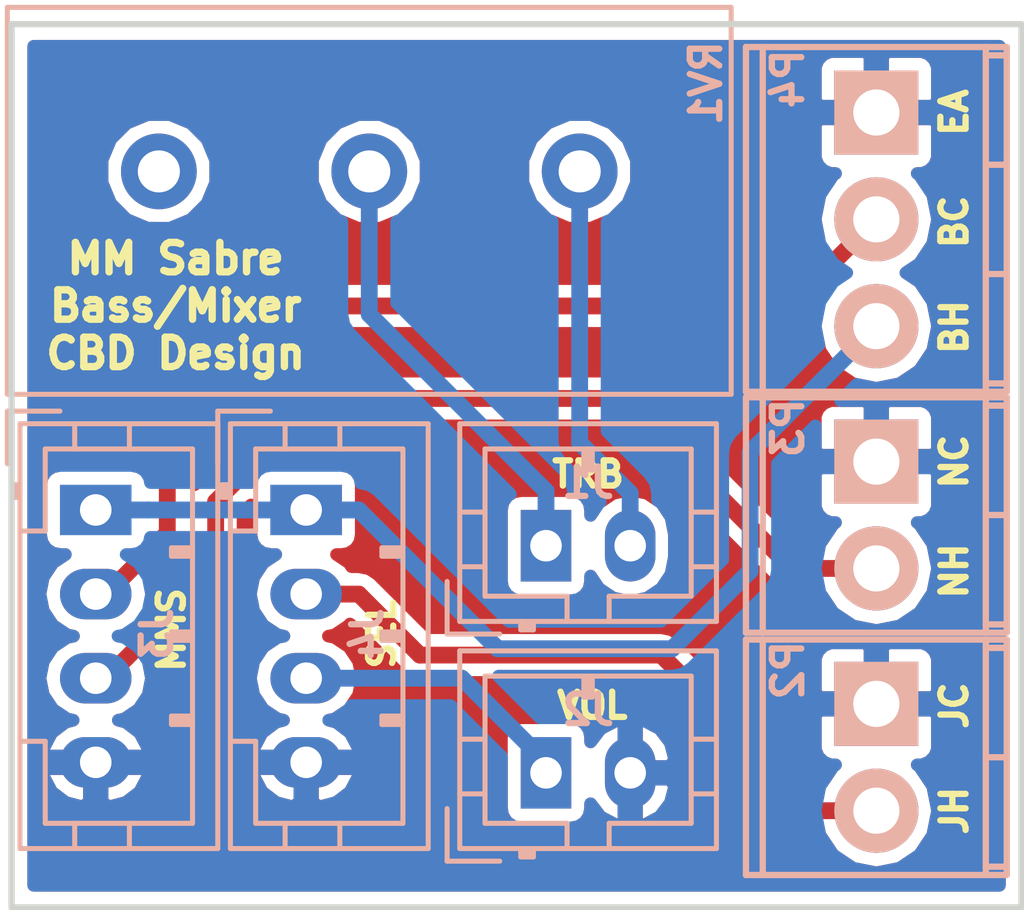
<source format=kicad_pcb>
(kicad_pcb (version 4) (host pcbnew 4.0.4-1.fc24-product)

  (general
    (links 13)
    (no_connects 0)
    (area 127.135 80.124999 154.98588 102.075001)
    (thickness 1.6)
    (drawings 20)
    (tracks 36)
    (zones 0)
    (modules 8)
    (nets 10)
  )

  (page A4)
  (layers
    (0 F.Cu signal)
    (31 B.Cu signal)
    (32 B.Adhes user)
    (33 F.Adhes user)
    (34 B.Paste user)
    (35 F.Paste user)
    (36 B.SilkS user)
    (37 F.SilkS user)
    (38 B.Mask user)
    (39 F.Mask user)
    (40 Dwgs.User user)
    (41 Cmts.User user)
    (42 Eco1.User user)
    (43 Eco2.User user)
    (44 Edge.Cuts user)
    (45 Margin user)
    (46 B.CrtYd user)
    (47 F.CrtYd user)
    (48 B.Fab user)
    (49 F.Fab user)
  )

  (setup
    (last_trace_width 0.4)
    (trace_clearance 0.3)
    (zone_clearance 0.3)
    (zone_45_only no)
    (trace_min 0.3)
    (segment_width 0.2)
    (edge_width 0.15)
    (via_size 0.6)
    (via_drill 0.4)
    (via_min_size 0.4)
    (via_min_drill 0.3)
    (uvia_size 0.3)
    (uvia_drill 0.1)
    (uvias_allowed no)
    (uvia_min_size 0.2)
    (uvia_min_drill 0.1)
    (pcb_text_width 0.3)
    (pcb_text_size 1.5 1.5)
    (mod_edge_width 0.15)
    (mod_text_size 0.7 0.7)
    (mod_text_width 0.15)
    (pad_size 1.524 1.524)
    (pad_drill 0.762)
    (pad_to_mask_clearance 0.2)
    (aux_axis_origin 0 0)
    (visible_elements 7FFFFFFF)
    (pcbplotparams
      (layerselection 0x010fc_80000001)
      (usegerberextensions true)
      (usegerberattributes true)
      (excludeedgelayer true)
      (linewidth 0.100000)
      (plotframeref false)
      (viasonmask false)
      (mode 1)
      (useauxorigin false)
      (hpglpennumber 1)
      (hpglpenspeed 20)
      (hpglpendiameter 15)
      (hpglpenoverlay 2)
      (psnegative false)
      (psa4output false)
      (plotreference true)
      (plotvalue true)
      (plotinvisibletext false)
      (padsonsilk false)
      (subtractmaskfromsilk false)
      (outputformat 1)
      (mirror false)
      (drillshape 0)
      (scaleselection 1)
      (outputdirectory ../../GERBER/F0_MID/))
  )

  (net 0 "")
  (net 1 /SIG_O)
  (net 2 Earth)
  (net 3 /MM_BH)
  (net 4 /MM_BC)
  (net 5 /MM_NH)
  (net 6 /JZ_I)
  (net 7 "Net-(J1-Pad1)")
  (net 8 "Net-(J1-Pad2)")
  (net 9 "Net-(RV1-Pad1)")

  (net_class Default "This is the default net class."
    (clearance 0.3)
    (trace_width 0.4)
    (via_dia 0.6)
    (via_drill 0.4)
    (uvia_dia 0.3)
    (uvia_drill 0.1)
    (add_net /JZ_I)
    (add_net /MM_BC)
    (add_net /MM_BH)
    (add_net /MM_NH)
    (add_net /SIG_O)
    (add_net Earth)
    (add_net "Net-(J1-Pad1)")
    (add_net "Net-(J1-Pad2)")
    (add_net "Net-(RV1-Pad1)")
  )

  (net_class PWR ""
    (clearance 0.3)
    (trace_width 0.6)
    (via_dia 0.6)
    (via_drill 0.4)
    (uvia_dia 0.3)
    (uvia_drill 0.1)
  )

  (module Terminal_Blocks:TerminalBlock_Pheonix_MPT-2.54mm_3pol (layer B.Cu) (tedit 5B062A6A) (tstamp 5B062A99)
    (at 149.55 83.1 270)
    (descr "3-way 2.54mm pitch terminal block, Phoenix MPT series")
    (path /5B08BF82)
    (fp_text reference P4 (at -0.8 2.1 270) (layer B.SilkS)
      (effects (font (size 0.7 0.7) (thickness 0.15)) (justify mirror))
    )
    (fp_text value Conn_01x03 (at 2.54 -4.50088 270) (layer B.Fab) hide
      (effects (font (size 0.7 0.7) (thickness 0.15)) (justify mirror))
    )
    (fp_line (start -1.778 -3.302) (end 6.858 -3.302) (layer B.CrtYd) (width 0.05))
    (fp_line (start -1.778 3.302) (end -1.778 -3.302) (layer B.CrtYd) (width 0.05))
    (fp_line (start 6.858 3.302) (end -1.778 3.302) (layer B.CrtYd) (width 0.05))
    (fp_line (start 6.858 -3.302) (end 6.858 3.302) (layer B.CrtYd) (width 0.05))
    (fp_line (start 6.63956 3.0988) (end -1.55956 3.0988) (layer B.SilkS) (width 0.15))
    (fp_line (start 6.63956 2.70002) (end -1.55956 2.70002) (layer B.SilkS) (width 0.15))
    (fp_line (start 6.63956 -2.60096) (end -1.55956 -2.60096) (layer B.SilkS) (width 0.15))
    (fp_line (start -1.55956 -3.0988) (end 6.63956 -3.0988) (layer B.SilkS) (width 0.15))
    (fp_line (start 3.84048 -2.60096) (end 3.84048 -3.0988) (layer B.SilkS) (width 0.15))
    (fp_line (start -1.3589 -3.0988) (end -1.3589 -2.60096) (layer B.SilkS) (width 0.15))
    (fp_line (start 6.44144 -2.60096) (end 6.44144 -3.0988) (layer B.SilkS) (width 0.15))
    (fp_line (start 1.24206 -3.0988) (end 1.24206 -2.60096) (layer B.SilkS) (width 0.15))
    (fp_line (start 6.63956 -3.0988) (end 6.63956 3.0988) (layer B.SilkS) (width 0.15))
    (fp_line (start -1.55702 3.0988) (end -1.55702 -3.0988) (layer B.SilkS) (width 0.15))
    (pad 3 thru_hole oval (at 5.08 0 270) (size 1.99898 1.99898) (drill 1.09728) (layers *.Cu *.Mask B.SilkS)
      (net 3 /MM_BH))
    (pad 1 thru_hole rect (at 0 0 270) (size 1.99898 1.99898) (drill 1.09728) (layers *.Cu *.Mask B.SilkS)
      (net 2 Earth))
    (pad 2 thru_hole oval (at 2.54 0 270) (size 1.99898 1.99898) (drill 1.09728) (layers *.Cu *.Mask B.SilkS)
      (net 4 /MM_BC))
    (model Terminal_Blocks.3dshapes/TerminalBlock_Pheonix_MPT-2.54mm_3pol.wrl
      (at (xyz 0.1 0 0))
      (scale (xyz 1 1 1))
      (rotate (xyz 0 0 0))
    )
  )

  (module LIBS:Potentiometer_Alpha_RV16 (layer B.Cu) (tedit 5B08BF74) (tstamp 5B08BEB5)
    (at 137.5 84.5 90)
    (descr "Potentiometer, vertically mounted, Omeg PC16PU, Omeg PC16PU, Omeg PC16PU, Vishay/Spectrol 248GJ/249GJ Single, Vishay/Spectrol 248GJ/249GJ Single, Vishay/Spectrol 248GJ/249GJ Single, Vishay/Spectrol 248GH/249GH Single, Vishay/Spectrol 148/149 Single, Vishay/Spectrol 148/149 Single, Vishay/Spectrol 148/149 Single, Vishay/Spectrol 148A/149A Single with mounting plates, Vishay/Spectrol 148/149 Double, Vishay/Spectrol 148A/149A Double with mounting plates, Piher PC-16 Single, Piher PC-16 Single, Piher PC-16 Single, Piher PC-16SV Single, Piher PC-16 Double, Piher PC-16 Triple, Piher T16H Single, Piher T16L Single, Piher T16H Double, Alps RK163 Single, Alps RK163 Double, Alps RK097 Single, Alps RK097 Double, http://www.alps.com/prod/info/E/HTML/Potentiometer/RotaryPotentiometers/RK097/RK09712100AV.html")
    (tags "Potentiometer vertical  Omeg PC16PU  Omeg PC16PU  Omeg PC16PU  Vishay/Spectrol 248GJ/249GJ Single  Vishay/Spectrol 248GJ/249GJ Single  Vishay/Spectrol 248GJ/249GJ Single  Vishay/Spectrol 248GH/249GH Single  Vishay/Spectrol 148/149 Single  Vishay/Spectrol 148/149 Single  Vishay/Spectrol 148/149 Single  Vishay/Spectrol 148A/149A Single with mounting plates  Vishay/Spectrol 148/149 Double  Vishay/Spectrol 148A/149A Double with mounting plates  Piher PC-16 Single  Piher PC-16 Single  Piher PC-16 Single  Piher PC-16SV Single  Piher PC-16 Double  Piher PC-16 Triple  Piher T16H Single  Piher T16L Single  Piher T16H Double  Alps RK163 Single  Alps RK163 Double  Alps RK097 Single  Alps RK097 Double Dual Shaft")
    (path /5B08BE8C)
    (fp_text reference RV1 (at 2.1 8 90) (layer B.SilkS)
      (effects (font (size 0.7 0.7) (thickness 0.15)) (justify mirror))
    )
    (fp_text value POT (at 2.15 -9.5 90) (layer B.Fab) hide
      (effects (font (size 0.7 0.7) (thickness 0.15)) (justify mirror))
    )
    (fp_line (start -5.2 8.5) (end -5.2 -8.5) (layer B.Fab) (width 0.1))
    (fp_line (start -5.2 -8.5) (end 3.8 -8.5) (layer B.Fab) (width 0.1))
    (fp_line (start 3.8 -8.5) (end 3.8 8.5) (layer B.Fab) (width 0.1))
    (fp_line (start 3.8 8.5) (end -5.2 8.5) (layer B.Fab) (width 0.1))
    (fp_line (start -5.3 8.6) (end 3.9 8.6) (layer B.SilkS) (width 0.12))
    (fp_line (start -5.3 -8.6) (end 3.9 -8.6) (layer B.SilkS) (width 0.12))
    (fp_line (start -5.3 8.6) (end -5.3 -8.6) (layer B.SilkS) (width 0.12))
    (fp_line (start 3.9 8.6) (end 3.9 -8.6) (layer B.SilkS) (width 0.12))
    (fp_line (start -5.45 8.75) (end -5.45 -8.75) (layer B.CrtYd) (width 0.05))
    (fp_line (start -5.45 -8.75) (end 4.05 -8.75) (layer B.CrtYd) (width 0.05))
    (fp_line (start 4.05 -8.75) (end 4.05 8.75) (layer B.CrtYd) (width 0.05))
    (fp_line (start 4.05 8.75) (end -5.45 8.75) (layer B.CrtYd) (width 0.05))
    (pad 3 thru_hole circle (at 0 5 90) (size 1.8 1.8) (drill 1) (layers *.Cu *.Mask)
      (net 8 "Net-(J1-Pad2)"))
    (pad 2 thru_hole circle (at 0 0 90) (size 1.8 1.8) (drill 1) (layers *.Cu *.Mask)
      (net 7 "Net-(J1-Pad1)"))
    (pad 1 thru_hole circle (at 0 -5 90) (size 1.8 1.8) (drill 1) (layers *.Cu *.Mask)
      (net 9 "Net-(RV1-Pad1)"))
    (model Potentiometers.3dshapes/Potentiometer_Alps_RK097_Double_Vertical.wrl
      (at (xyz 0 0 0))
      (scale (xyz 0.393701 0.393701 0.393701))
      (rotate (xyz 0 0 0))
    )
  )

  (module Connectors_JST:JST_PH_B2B-PH-K_02x2.00mm_Straight (layer B.Cu) (tedit 5B08BFAE) (tstamp 5B08BE9E)
    (at 141.7 98.8)
    (descr "JST PH series connector, B2B-PH-K, top entry type, through hole, Datasheet: http://www.jst-mfg.com/product/pdf/eng/ePH.pdf")
    (tags "connector jst ph")
    (path /5B03DF38)
    (fp_text reference J2 (at 1 -1.5) (layer B.SilkS)
      (effects (font (size 0.7 0.7) (thickness 0.15)) (justify mirror))
    )
    (fp_text value Conn_01x02_Male (at 1 -3.8) (layer B.Fab) hide
      (effects (font (size 0.7 0.7) (thickness 0.15)) (justify mirror))
    )
    (fp_line (start -2.05 1.8) (end -2.05 -2.9) (layer B.SilkS) (width 0.12))
    (fp_line (start -2.05 -2.9) (end 4.05 -2.9) (layer B.SilkS) (width 0.12))
    (fp_line (start 4.05 -2.9) (end 4.05 1.8) (layer B.SilkS) (width 0.12))
    (fp_line (start 4.05 1.8) (end -2.05 1.8) (layer B.SilkS) (width 0.12))
    (fp_line (start 0.5 1.8) (end 0.5 1.2) (layer B.SilkS) (width 0.12))
    (fp_line (start 0.5 1.2) (end -1.45 1.2) (layer B.SilkS) (width 0.12))
    (fp_line (start -1.45 1.2) (end -1.45 -2.3) (layer B.SilkS) (width 0.12))
    (fp_line (start -1.45 -2.3) (end 3.45 -2.3) (layer B.SilkS) (width 0.12))
    (fp_line (start 3.45 -2.3) (end 3.45 1.2) (layer B.SilkS) (width 0.12))
    (fp_line (start 3.45 1.2) (end 1.5 1.2) (layer B.SilkS) (width 0.12))
    (fp_line (start 1.5 1.2) (end 1.5 1.8) (layer B.SilkS) (width 0.12))
    (fp_line (start -2.05 0.5) (end -1.45 0.5) (layer B.SilkS) (width 0.12))
    (fp_line (start -2.05 -0.8) (end -1.45 -0.8) (layer B.SilkS) (width 0.12))
    (fp_line (start 4.05 0.5) (end 3.45 0.5) (layer B.SilkS) (width 0.12))
    (fp_line (start 4.05 -0.8) (end 3.45 -0.8) (layer B.SilkS) (width 0.12))
    (fp_line (start -0.3 1.8) (end -0.3 2) (layer B.SilkS) (width 0.12))
    (fp_line (start -0.3 2) (end -0.6 2) (layer B.SilkS) (width 0.12))
    (fp_line (start -0.6 2) (end -0.6 1.8) (layer B.SilkS) (width 0.12))
    (fp_line (start -0.3 1.9) (end -0.6 1.9) (layer B.SilkS) (width 0.12))
    (fp_line (start 0.9 -2.3) (end 0.9 -1.8) (layer B.SilkS) (width 0.12))
    (fp_line (start 0.9 -1.8) (end 1.1 -1.8) (layer B.SilkS) (width 0.12))
    (fp_line (start 1.1 -1.8) (end 1.1 -2.3) (layer B.SilkS) (width 0.12))
    (fp_line (start 1 -2.3) (end 1 -1.8) (layer B.SilkS) (width 0.12))
    (fp_line (start -1.1 2.1) (end -2.35 2.1) (layer B.SilkS) (width 0.12))
    (fp_line (start -2.35 2.1) (end -2.35 0.85) (layer B.SilkS) (width 0.12))
    (fp_line (start -1.1 2.1) (end -2.35 2.1) (layer B.Fab) (width 0.1))
    (fp_line (start -2.35 2.1) (end -2.35 0.85) (layer B.Fab) (width 0.1))
    (fp_line (start -1.95 1.7) (end -1.95 -2.8) (layer B.Fab) (width 0.1))
    (fp_line (start -1.95 -2.8) (end 3.95 -2.8) (layer B.Fab) (width 0.1))
    (fp_line (start 3.95 -2.8) (end 3.95 1.7) (layer B.Fab) (width 0.1))
    (fp_line (start 3.95 1.7) (end -1.95 1.7) (layer B.Fab) (width 0.1))
    (fp_line (start -2.45 2.2) (end -2.45 -3.3) (layer B.CrtYd) (width 0.05))
    (fp_line (start -2.45 -3.3) (end 4.45 -3.3) (layer B.CrtYd) (width 0.05))
    (fp_line (start 4.45 -3.3) (end 4.45 2.2) (layer B.CrtYd) (width 0.05))
    (fp_line (start 4.45 2.2) (end -2.45 2.2) (layer B.CrtYd) (width 0.05))
    (fp_text user %R (at 1 -1.5) (layer B.Fab) hide
      (effects (font (size 0.7 0.7) (thickness 0.15)) (justify mirror))
    )
    (pad 1 thru_hole rect (at 0 0) (size 1.2 1.7) (drill 0.75) (layers *.Cu *.Mask)
      (net 1 /SIG_O))
    (pad 2 thru_hole oval (at 2 0) (size 1.2 1.7) (drill 0.75) (layers *.Cu *.Mask)
      (net 2 Earth))
    (model ${KISYS3DMOD}/Connectors_JST.3dshapes/JST_PH_B2B-PH-K_02x2.00mm_Straight.wrl
      (at (xyz 0 0 0))
      (scale (xyz 1 1 1))
      (rotate (xyz 0 0 0))
    )
  )

  (module Connectors_JST:JST_PH_B2B-PH-K_02x2.00mm_Straight (layer B.Cu) (tedit 5B08BF88) (tstamp 5B08BE98)
    (at 141.7 93.4)
    (descr "JST PH series connector, B2B-PH-K, top entry type, through hole, Datasheet: http://www.jst-mfg.com/product/pdf/eng/ePH.pdf")
    (tags "connector jst ph")
    (path /5B08BD93)
    (fp_text reference J1 (at 1 -1.5) (layer B.SilkS)
      (effects (font (size 0.7 0.7) (thickness 0.15)) (justify mirror))
    )
    (fp_text value Conn_01x02_Male (at 1 -3.8) (layer B.Fab) hide
      (effects (font (size 0.7 0.7) (thickness 0.15)) (justify mirror))
    )
    (fp_line (start -2.05 1.8) (end -2.05 -2.9) (layer B.SilkS) (width 0.12))
    (fp_line (start -2.05 -2.9) (end 4.05 -2.9) (layer B.SilkS) (width 0.12))
    (fp_line (start 4.05 -2.9) (end 4.05 1.8) (layer B.SilkS) (width 0.12))
    (fp_line (start 4.05 1.8) (end -2.05 1.8) (layer B.SilkS) (width 0.12))
    (fp_line (start 0.5 1.8) (end 0.5 1.2) (layer B.SilkS) (width 0.12))
    (fp_line (start 0.5 1.2) (end -1.45 1.2) (layer B.SilkS) (width 0.12))
    (fp_line (start -1.45 1.2) (end -1.45 -2.3) (layer B.SilkS) (width 0.12))
    (fp_line (start -1.45 -2.3) (end 3.45 -2.3) (layer B.SilkS) (width 0.12))
    (fp_line (start 3.45 -2.3) (end 3.45 1.2) (layer B.SilkS) (width 0.12))
    (fp_line (start 3.45 1.2) (end 1.5 1.2) (layer B.SilkS) (width 0.12))
    (fp_line (start 1.5 1.2) (end 1.5 1.8) (layer B.SilkS) (width 0.12))
    (fp_line (start -2.05 0.5) (end -1.45 0.5) (layer B.SilkS) (width 0.12))
    (fp_line (start -2.05 -0.8) (end -1.45 -0.8) (layer B.SilkS) (width 0.12))
    (fp_line (start 4.05 0.5) (end 3.45 0.5) (layer B.SilkS) (width 0.12))
    (fp_line (start 4.05 -0.8) (end 3.45 -0.8) (layer B.SilkS) (width 0.12))
    (fp_line (start -0.3 1.8) (end -0.3 2) (layer B.SilkS) (width 0.12))
    (fp_line (start -0.3 2) (end -0.6 2) (layer B.SilkS) (width 0.12))
    (fp_line (start -0.6 2) (end -0.6 1.8) (layer B.SilkS) (width 0.12))
    (fp_line (start -0.3 1.9) (end -0.6 1.9) (layer B.SilkS) (width 0.12))
    (fp_line (start 0.9 -2.3) (end 0.9 -1.8) (layer B.SilkS) (width 0.12))
    (fp_line (start 0.9 -1.8) (end 1.1 -1.8) (layer B.SilkS) (width 0.12))
    (fp_line (start 1.1 -1.8) (end 1.1 -2.3) (layer B.SilkS) (width 0.12))
    (fp_line (start 1 -2.3) (end 1 -1.8) (layer B.SilkS) (width 0.12))
    (fp_line (start -1.1 2.1) (end -2.35 2.1) (layer B.SilkS) (width 0.12))
    (fp_line (start -2.35 2.1) (end -2.35 0.85) (layer B.SilkS) (width 0.12))
    (fp_line (start -1.1 2.1) (end -2.35 2.1) (layer B.Fab) (width 0.1))
    (fp_line (start -2.35 2.1) (end -2.35 0.85) (layer B.Fab) (width 0.1))
    (fp_line (start -1.95 1.7) (end -1.95 -2.8) (layer B.Fab) (width 0.1))
    (fp_line (start -1.95 -2.8) (end 3.95 -2.8) (layer B.Fab) (width 0.1))
    (fp_line (start 3.95 -2.8) (end 3.95 1.7) (layer B.Fab) (width 0.1))
    (fp_line (start 3.95 1.7) (end -1.95 1.7) (layer B.Fab) (width 0.1))
    (fp_line (start -2.45 2.2) (end -2.45 -3.3) (layer B.CrtYd) (width 0.05))
    (fp_line (start -2.45 -3.3) (end 4.45 -3.3) (layer B.CrtYd) (width 0.05))
    (fp_line (start 4.45 -3.3) (end 4.45 2.2) (layer B.CrtYd) (width 0.05))
    (fp_line (start 4.45 2.2) (end -2.45 2.2) (layer B.CrtYd) (width 0.05))
    (fp_text user %R (at 1 -1.5) (layer B.Fab) hide
      (effects (font (size 0.7 0.7) (thickness 0.15)) (justify mirror))
    )
    (pad 1 thru_hole rect (at 0 0) (size 1.2 1.7) (drill 0.75) (layers *.Cu *.Mask)
      (net 7 "Net-(J1-Pad1)"))
    (pad 2 thru_hole oval (at 2 0) (size 1.2 1.7) (drill 0.75) (layers *.Cu *.Mask)
      (net 8 "Net-(J1-Pad2)"))
    (model ${KISYS3DMOD}/Connectors_JST.3dshapes/JST_PH_B2B-PH-K_02x2.00mm_Straight.wrl
      (at (xyz 0 0 0))
      (scale (xyz 1 1 1))
      (rotate (xyz 0 0 0))
    )
  )

  (module Terminal_Blocks:TerminalBlock_Pheonix_MPT-2.54mm_2pol (layer B.Cu) (tedit 5B062A67) (tstamp 5B062A92)
    (at 149.55 91.4 270)
    (descr "2-way 2.54mm pitch terminal block, Phoenix MPT series")
    (path /5B08BF5E)
    (fp_text reference P3 (at -0.8 2.1 270) (layer B.SilkS)
      (effects (font (size 0.7 0.7) (thickness 0.15)) (justify mirror))
    )
    (fp_text value Conn_01x02 (at 1.27 -4.50088 270) (layer B.Fab) hide
      (effects (font (size 0.7 0.7) (thickness 0.15)) (justify mirror))
    )
    (fp_line (start -1.7 3.3) (end 4.3 3.3) (layer B.CrtYd) (width 0.05))
    (fp_line (start -1.7 -3.3) (end -1.7 3.3) (layer B.CrtYd) (width 0.05))
    (fp_line (start 4.3 -3.3) (end -1.7 -3.3) (layer B.CrtYd) (width 0.05))
    (fp_line (start 4.3 3.3) (end 4.3 -3.3) (layer B.CrtYd) (width 0.05))
    (fp_line (start 4.06908 -2.60096) (end -1.52908 -2.60096) (layer B.SilkS) (width 0.15))
    (fp_line (start -1.33096 -3.0988) (end -1.33096 -2.60096) (layer B.SilkS) (width 0.15))
    (fp_line (start 3.87096 -2.60096) (end 3.87096 -3.0988) (layer B.SilkS) (width 0.15))
    (fp_line (start 1.27 -3.0988) (end 1.27 -2.60096) (layer B.SilkS) (width 0.15))
    (fp_line (start -1.52908 2.70002) (end 4.06908 2.70002) (layer B.SilkS) (width 0.15))
    (fp_line (start -1.52908 -3.0988) (end 4.06908 -3.0988) (layer B.SilkS) (width 0.15))
    (fp_line (start 4.06908 -3.0988) (end 4.06908 3.0988) (layer B.SilkS) (width 0.15))
    (fp_line (start 4.06908 3.0988) (end -1.52908 3.0988) (layer B.SilkS) (width 0.15))
    (fp_line (start -1.52908 3.0988) (end -1.52908 -3.0988) (layer B.SilkS) (width 0.15))
    (pad 2 thru_hole oval (at 2.54 0 270) (size 1.99898 1.99898) (drill 1.09728) (layers *.Cu *.Mask B.SilkS)
      (net 5 /MM_NH))
    (pad 1 thru_hole rect (at 0 0 270) (size 1.99898 1.99898) (drill 1.09728) (layers *.Cu *.Mask B.SilkS)
      (net 2 Earth))
    (model Terminal_Blocks.3dshapes/TerminalBlock_Pheonix_MPT-2.54mm_2pol.wrl
      (at (xyz 0.05 0 0))
      (scale (xyz 1 1 1))
      (rotate (xyz 0 0 0))
    )
  )

  (module Terminal_Blocks:TerminalBlock_Pheonix_MPT-2.54mm_2pol (layer B.Cu) (tedit 5B062B23) (tstamp 5B0634E0)
    (at 149.55 97.16 270)
    (descr "2-way 2.54mm pitch terminal block, Phoenix MPT series")
    (path /5B08BF2B)
    (fp_text reference P2 (at -0.8 2.1 270) (layer B.SilkS)
      (effects (font (size 0.7 0.7) (thickness 0.15)) (justify mirror))
    )
    (fp_text value Conn_01x02 (at 1.27 -4.50088 270) (layer B.Fab) hide
      (effects (font (size 0.7 0.7) (thickness 0.15)) (justify mirror))
    )
    (fp_line (start -1.7 3.3) (end 4.3 3.3) (layer B.CrtYd) (width 0.05))
    (fp_line (start -1.7 -3.3) (end -1.7 3.3) (layer B.CrtYd) (width 0.05))
    (fp_line (start 4.3 -3.3) (end -1.7 -3.3) (layer B.CrtYd) (width 0.05))
    (fp_line (start 4.3 3.3) (end 4.3 -3.3) (layer B.CrtYd) (width 0.05))
    (fp_line (start 4.06908 -2.60096) (end -1.52908 -2.60096) (layer B.SilkS) (width 0.15))
    (fp_line (start -1.33096 -3.0988) (end -1.33096 -2.60096) (layer B.SilkS) (width 0.15))
    (fp_line (start 3.87096 -2.60096) (end 3.87096 -3.0988) (layer B.SilkS) (width 0.15))
    (fp_line (start 1.27 -3.0988) (end 1.27 -2.60096) (layer B.SilkS) (width 0.15))
    (fp_line (start -1.52908 2.70002) (end 4.06908 2.70002) (layer B.SilkS) (width 0.15))
    (fp_line (start -1.52908 -3.0988) (end 4.06908 -3.0988) (layer B.SilkS) (width 0.15))
    (fp_line (start 4.06908 -3.0988) (end 4.06908 3.0988) (layer B.SilkS) (width 0.15))
    (fp_line (start 4.06908 3.0988) (end -1.52908 3.0988) (layer B.SilkS) (width 0.15))
    (fp_line (start -1.52908 3.0988) (end -1.52908 -3.0988) (layer B.SilkS) (width 0.15))
    (pad 2 thru_hole oval (at 2.54 0 270) (size 1.99898 1.99898) (drill 1.09728) (layers *.Cu *.Mask B.SilkS)
      (net 6 /JZ_I))
    (pad 1 thru_hole rect (at 0 0 270) (size 1.99898 1.99898) (drill 1.09728) (layers *.Cu *.Mask B.SilkS)
      (net 2 Earth))
    (model Terminal_Blocks.3dshapes/TerminalBlock_Pheonix_MPT-2.54mm_2pol.wrl
      (at (xyz 0.05 0 0))
      (scale (xyz 1 1 1))
      (rotate (xyz 0 0 0))
    )
  )

  (module Connectors_JST:JST_PH_B4B-PH-K_04x2.00mm_Straight (layer B.Cu) (tedit 5B08BEFB) (tstamp 5B08BEA6)
    (at 131 92.55 270)
    (descr "JST PH series connector, B4B-PH-K, top entry type, through hole, Datasheet: http://www.jst-mfg.com/product/pdf/eng/ePH.pdf")
    (tags "connector jst ph")
    (path /5B03DCFD)
    (fp_text reference J3 (at 2.95 -1.45 270) (layer B.SilkS)
      (effects (font (size 0.7 0.7) (thickness 0.15)) (justify mirror))
    )
    (fp_text value Conn_01x04_Male (at 3 -3.8 270) (layer B.Fab) hide
      (effects (font (size 0.7 0.7) (thickness 0.15)) (justify mirror))
    )
    (fp_line (start -2.05 1.8) (end -2.05 -2.9) (layer B.SilkS) (width 0.12))
    (fp_line (start -2.05 -2.9) (end 8.05 -2.9) (layer B.SilkS) (width 0.12))
    (fp_line (start 8.05 -2.9) (end 8.05 1.8) (layer B.SilkS) (width 0.12))
    (fp_line (start 8.05 1.8) (end -2.05 1.8) (layer B.SilkS) (width 0.12))
    (fp_line (start 0.5 1.8) (end 0.5 1.2) (layer B.SilkS) (width 0.12))
    (fp_line (start 0.5 1.2) (end -1.45 1.2) (layer B.SilkS) (width 0.12))
    (fp_line (start -1.45 1.2) (end -1.45 -2.3) (layer B.SilkS) (width 0.12))
    (fp_line (start -1.45 -2.3) (end 7.45 -2.3) (layer B.SilkS) (width 0.12))
    (fp_line (start 7.45 -2.3) (end 7.45 1.2) (layer B.SilkS) (width 0.12))
    (fp_line (start 7.45 1.2) (end 5.5 1.2) (layer B.SilkS) (width 0.12))
    (fp_line (start 5.5 1.2) (end 5.5 1.8) (layer B.SilkS) (width 0.12))
    (fp_line (start -2.05 0.5) (end -1.45 0.5) (layer B.SilkS) (width 0.12))
    (fp_line (start -2.05 -0.8) (end -1.45 -0.8) (layer B.SilkS) (width 0.12))
    (fp_line (start 8.05 0.5) (end 7.45 0.5) (layer B.SilkS) (width 0.12))
    (fp_line (start 8.05 -0.8) (end 7.45 -0.8) (layer B.SilkS) (width 0.12))
    (fp_line (start -0.3 1.8) (end -0.3 2) (layer B.SilkS) (width 0.12))
    (fp_line (start -0.3 2) (end -0.6 2) (layer B.SilkS) (width 0.12))
    (fp_line (start -0.6 2) (end -0.6 1.8) (layer B.SilkS) (width 0.12))
    (fp_line (start -0.3 1.9) (end -0.6 1.9) (layer B.SilkS) (width 0.12))
    (fp_line (start 0.9 -2.3) (end 0.9 -1.8) (layer B.SilkS) (width 0.12))
    (fp_line (start 0.9 -1.8) (end 1.1 -1.8) (layer B.SilkS) (width 0.12))
    (fp_line (start 1.1 -1.8) (end 1.1 -2.3) (layer B.SilkS) (width 0.12))
    (fp_line (start 1 -2.3) (end 1 -1.8) (layer B.SilkS) (width 0.12))
    (fp_line (start 2.9 -2.3) (end 2.9 -1.8) (layer B.SilkS) (width 0.12))
    (fp_line (start 2.9 -1.8) (end 3.1 -1.8) (layer B.SilkS) (width 0.12))
    (fp_line (start 3.1 -1.8) (end 3.1 -2.3) (layer B.SilkS) (width 0.12))
    (fp_line (start 3 -2.3) (end 3 -1.8) (layer B.SilkS) (width 0.12))
    (fp_line (start 4.9 -2.3) (end 4.9 -1.8) (layer B.SilkS) (width 0.12))
    (fp_line (start 4.9 -1.8) (end 5.1 -1.8) (layer B.SilkS) (width 0.12))
    (fp_line (start 5.1 -1.8) (end 5.1 -2.3) (layer B.SilkS) (width 0.12))
    (fp_line (start 5 -2.3) (end 5 -1.8) (layer B.SilkS) (width 0.12))
    (fp_line (start -1.1 2.1) (end -2.35 2.1) (layer B.SilkS) (width 0.12))
    (fp_line (start -2.35 2.1) (end -2.35 0.85) (layer B.SilkS) (width 0.12))
    (fp_line (start -1.1 2.1) (end -2.35 2.1) (layer B.Fab) (width 0.1))
    (fp_line (start -2.35 2.1) (end -2.35 0.85) (layer B.Fab) (width 0.1))
    (fp_line (start -1.95 1.7) (end -1.95 -2.8) (layer B.Fab) (width 0.1))
    (fp_line (start -1.95 -2.8) (end 7.95 -2.8) (layer B.Fab) (width 0.1))
    (fp_line (start 7.95 -2.8) (end 7.95 1.7) (layer B.Fab) (width 0.1))
    (fp_line (start 7.95 1.7) (end -1.95 1.7) (layer B.Fab) (width 0.1))
    (fp_line (start -2.45 2.2) (end -2.45 -3.3) (layer B.CrtYd) (width 0.05))
    (fp_line (start -2.45 -3.3) (end 8.45 -3.3) (layer B.CrtYd) (width 0.05))
    (fp_line (start 8.45 -3.3) (end 8.45 2.2) (layer B.CrtYd) (width 0.05))
    (fp_line (start 8.45 2.2) (end -2.45 2.2) (layer B.CrtYd) (width 0.05))
    (fp_text user %R (at 3 -1.5 270) (layer B.Fab) hide
      (effects (font (size 0.7 0.7) (thickness 0.15)) (justify mirror))
    )
    (pad 1 thru_hole rect (at 0 0 270) (size 1.2 1.7) (drill 0.75) (layers *.Cu *.Mask)
      (net 3 /MM_BH))
    (pad 2 thru_hole oval (at 2 0 270) (size 1.2 1.7) (drill 0.75) (layers *.Cu *.Mask)
      (net 4 /MM_BC))
    (pad 3 thru_hole oval (at 4 0 270) (size 1.2 1.7) (drill 0.75) (layers *.Cu *.Mask)
      (net 5 /MM_NH))
    (pad 4 thru_hole oval (at 6 0 270) (size 1.2 1.7) (drill 0.75) (layers *.Cu *.Mask)
      (net 2 Earth))
    (model ${KISYS3DMOD}/Connectors_JST.3dshapes/JST_PH_B4B-PH-K_04x2.00mm_Straight.wrl
      (at (xyz 0 0 0))
      (scale (xyz 1 1 1))
      (rotate (xyz 0 0 0))
    )
  )

  (module Connectors_JST:JST_PH_B4B-PH-K_04x2.00mm_Straight (layer B.Cu) (tedit 5B08BF46) (tstamp 5B08BEAE)
    (at 136 92.55 270)
    (descr "JST PH series connector, B4B-PH-K, top entry type, through hole, Datasheet: http://www.jst-mfg.com/product/pdf/eng/ePH.pdf")
    (tags "connector jst ph")
    (path /5B03DD3B)
    (fp_text reference J4 (at 2.95 -1.45 270) (layer B.SilkS)
      (effects (font (size 0.7 0.7) (thickness 0.15)) (justify mirror))
    )
    (fp_text value Conn_01x04_Male (at 3 -3.8 270) (layer B.Fab) hide
      (effects (font (size 0.7 0.7) (thickness 0.15)) (justify mirror))
    )
    (fp_line (start -2.05 1.8) (end -2.05 -2.9) (layer B.SilkS) (width 0.12))
    (fp_line (start -2.05 -2.9) (end 8.05 -2.9) (layer B.SilkS) (width 0.12))
    (fp_line (start 8.05 -2.9) (end 8.05 1.8) (layer B.SilkS) (width 0.12))
    (fp_line (start 8.05 1.8) (end -2.05 1.8) (layer B.SilkS) (width 0.12))
    (fp_line (start 0.5 1.8) (end 0.5 1.2) (layer B.SilkS) (width 0.12))
    (fp_line (start 0.5 1.2) (end -1.45 1.2) (layer B.SilkS) (width 0.12))
    (fp_line (start -1.45 1.2) (end -1.45 -2.3) (layer B.SilkS) (width 0.12))
    (fp_line (start -1.45 -2.3) (end 7.45 -2.3) (layer B.SilkS) (width 0.12))
    (fp_line (start 7.45 -2.3) (end 7.45 1.2) (layer B.SilkS) (width 0.12))
    (fp_line (start 7.45 1.2) (end 5.5 1.2) (layer B.SilkS) (width 0.12))
    (fp_line (start 5.5 1.2) (end 5.5 1.8) (layer B.SilkS) (width 0.12))
    (fp_line (start -2.05 0.5) (end -1.45 0.5) (layer B.SilkS) (width 0.12))
    (fp_line (start -2.05 -0.8) (end -1.45 -0.8) (layer B.SilkS) (width 0.12))
    (fp_line (start 8.05 0.5) (end 7.45 0.5) (layer B.SilkS) (width 0.12))
    (fp_line (start 8.05 -0.8) (end 7.45 -0.8) (layer B.SilkS) (width 0.12))
    (fp_line (start -0.3 1.8) (end -0.3 2) (layer B.SilkS) (width 0.12))
    (fp_line (start -0.3 2) (end -0.6 2) (layer B.SilkS) (width 0.12))
    (fp_line (start -0.6 2) (end -0.6 1.8) (layer B.SilkS) (width 0.12))
    (fp_line (start -0.3 1.9) (end -0.6 1.9) (layer B.SilkS) (width 0.12))
    (fp_line (start 0.9 -2.3) (end 0.9 -1.8) (layer B.SilkS) (width 0.12))
    (fp_line (start 0.9 -1.8) (end 1.1 -1.8) (layer B.SilkS) (width 0.12))
    (fp_line (start 1.1 -1.8) (end 1.1 -2.3) (layer B.SilkS) (width 0.12))
    (fp_line (start 1 -2.3) (end 1 -1.8) (layer B.SilkS) (width 0.12))
    (fp_line (start 2.9 -2.3) (end 2.9 -1.8) (layer B.SilkS) (width 0.12))
    (fp_line (start 2.9 -1.8) (end 3.1 -1.8) (layer B.SilkS) (width 0.12))
    (fp_line (start 3.1 -1.8) (end 3.1 -2.3) (layer B.SilkS) (width 0.12))
    (fp_line (start 3 -2.3) (end 3 -1.8) (layer B.SilkS) (width 0.12))
    (fp_line (start 4.9 -2.3) (end 4.9 -1.8) (layer B.SilkS) (width 0.12))
    (fp_line (start 4.9 -1.8) (end 5.1 -1.8) (layer B.SilkS) (width 0.12))
    (fp_line (start 5.1 -1.8) (end 5.1 -2.3) (layer B.SilkS) (width 0.12))
    (fp_line (start 5 -2.3) (end 5 -1.8) (layer B.SilkS) (width 0.12))
    (fp_line (start -1.1 2.1) (end -2.35 2.1) (layer B.SilkS) (width 0.12))
    (fp_line (start -2.35 2.1) (end -2.35 0.85) (layer B.SilkS) (width 0.12))
    (fp_line (start -1.1 2.1) (end -2.35 2.1) (layer B.Fab) (width 0.1))
    (fp_line (start -2.35 2.1) (end -2.35 0.85) (layer B.Fab) (width 0.1))
    (fp_line (start -1.95 1.7) (end -1.95 -2.8) (layer B.Fab) (width 0.1))
    (fp_line (start -1.95 -2.8) (end 7.95 -2.8) (layer B.Fab) (width 0.1))
    (fp_line (start 7.95 -2.8) (end 7.95 1.7) (layer B.Fab) (width 0.1))
    (fp_line (start 7.95 1.7) (end -1.95 1.7) (layer B.Fab) (width 0.1))
    (fp_line (start -2.45 2.2) (end -2.45 -3.3) (layer B.CrtYd) (width 0.05))
    (fp_line (start -2.45 -3.3) (end 8.45 -3.3) (layer B.CrtYd) (width 0.05))
    (fp_line (start 8.45 -3.3) (end 8.45 2.2) (layer B.CrtYd) (width 0.05))
    (fp_line (start 8.45 2.2) (end -2.45 2.2) (layer B.CrtYd) (width 0.05))
    (fp_text user %R (at 3 -1.5 270) (layer B.Fab) hide
      (effects (font (size 0.7 0.7) (thickness 0.15)) (justify mirror))
    )
    (pad 1 thru_hole rect (at 0 0 270) (size 1.2 1.7) (drill 0.75) (layers *.Cu *.Mask)
      (net 3 /MM_BH))
    (pad 2 thru_hole oval (at 2 0 270) (size 1.2 1.7) (drill 0.75) (layers *.Cu *.Mask)
      (net 6 /JZ_I))
    (pad 3 thru_hole oval (at 4 0 270) (size 1.2 1.7) (drill 0.75) (layers *.Cu *.Mask)
      (net 1 /SIG_O))
    (pad 4 thru_hole oval (at 6 0 270) (size 1.2 1.7) (drill 0.75) (layers *.Cu *.Mask)
      (net 2 Earth))
    (model ${KISYS3DMOD}/Connectors_JST.3dshapes/JST_PH_B4B-PH-K_04x2.00mm_Straight.wrl
      (at (xyz 0 0 0))
      (scale (xyz 1 1 1))
      (rotate (xyz 0 0 0))
    )
  )

  (gr_text "MM Sabre\nBass/Mixer\nCBD Design" (at 132.9 87.7) (layer F.SilkS)
    (effects (font (size 0.7 0.7) (thickness 0.175)))
  )
  (gr_text TRB (at 142.7 91.7) (layer F.SilkS)
    (effects (font (size 0.6 0.6) (thickness 0.15)))
  )
  (gr_text VOL (at 142.8 97.2) (layer F.SilkS)
    (effects (font (size 0.6 0.6) (thickness 0.15)))
  )
  (gr_text MMS (at 132.8 95.4 90) (layer F.SilkS)
    (effects (font (size 0.6 0.6) (thickness 0.15)))
  )
  (gr_text SEL (at 137.8 95.5 90) (layer F.SilkS)
    (effects (font (size 0.6 0.6) (thickness 0.15)))
  )
  (gr_text JC (at 151.4 97.2 90) (layer F.SilkS)
    (effects (font (size 0.6 0.6) (thickness 0.15)))
  )
  (gr_text JH (at 151.4 99.7 90) (layer F.SilkS)
    (effects (font (size 0.6 0.6) (thickness 0.15)))
  )
  (gr_text EA (at 151.4 83.1 90) (layer F.SilkS)
    (effects (font (size 0.6 0.6) (thickness 0.15)))
  )
  (gr_text BC (at 151.4 85.7 90) (layer F.SilkS)
    (effects (font (size 0.6 0.6) (thickness 0.15)))
  )
  (gr_text BH (at 151.4 88.2 90) (layer F.SilkS)
    (effects (font (size 0.6 0.6) (thickness 0.15)))
  )
  (gr_text NC (at 151.4 91.4 90) (layer F.SilkS)
    (effects (font (size 0.6 0.6) (thickness 0.15)))
  )
  (gr_text NH (at 151.4 94 90) (layer F.SilkS)
    (effects (font (size 0.6 0.6) (thickness 0.15)))
  )
  (gr_line (start 129.3 101.7) (end 152.7 101.7) (layer Margin) (width 0.2))
  (gr_line (start 152.7 101.7) (end 152.7 81.3) (layer Margin) (width 0.2))
  (gr_line (start 129.3 81.3) (end 129.3 101.7) (layer Margin) (width 0.2))
  (gr_line (start 152.7 81.3) (end 129.3 81.3) (layer Margin) (width 0.2))
  (gr_line (start 153 102) (end 153 81) (layer Edge.Cuts) (width 0.15))
  (gr_line (start 129 102) (end 153 102) (layer Edge.Cuts) (width 0.15))
  (gr_line (start 129 81) (end 129 102) (layer Edge.Cuts) (width 0.15))
  (gr_line (start 153 81) (end 129 81) (layer Edge.Cuts) (width 0.15))

  (segment (start 141.7 98.8) (end 141.7 98.55) (width 0.4) (layer B.Cu) (net 1))
  (segment (start 141.7 98.55) (end 139.7 96.55) (width 0.4) (layer B.Cu) (net 1))
  (segment (start 139.7 96.55) (end 136 96.55) (width 0.4) (layer B.Cu) (net 1))
  (segment (start 136 96.55) (end 136.25 96.55) (width 0.4) (layer F.Cu) (net 1))
  (segment (start 146.55 94) (end 146.55 91.18) (width 0.4) (layer B.Cu) (net 3))
  (segment (start 146.55 91.18) (end 149.55 88.18) (width 0.4) (layer B.Cu) (net 3))
  (segment (start 136 92.55) (end 137.25 92.55) (width 0.4) (layer B.Cu) (net 3))
  (segment (start 137.25 92.55) (end 140.55 95.85) (width 0.4) (layer B.Cu) (net 3))
  (segment (start 140.55 95.85) (end 144.7 95.85) (width 0.4) (layer B.Cu) (net 3))
  (segment (start 144.7 95.85) (end 146.55 94) (width 0.4) (layer B.Cu) (net 3))
  (segment (start 131 92.55) (end 132.25 92.55) (width 0.4) (layer B.Cu) (net 3))
  (segment (start 132.25 92.55) (end 136 92.55) (width 0.4) (layer B.Cu) (net 3))
  (segment (start 136.3 87.7) (end 147.49 87.7) (width 0.4) (layer F.Cu) (net 4))
  (segment (start 147.49 87.7) (end 149.55 85.64) (width 0.4) (layer F.Cu) (net 4))
  (segment (start 131 94.55) (end 131.25 94.55) (width 0.4) (layer F.Cu) (net 4))
  (segment (start 131.25 94.55) (end 132.7 93.1) (width 0.4) (layer F.Cu) (net 4))
  (segment (start 132.7 93.1) (end 132.7 91.3) (width 0.4) (layer F.Cu) (net 4))
  (segment (start 132.7 91.3) (end 136.3 87.7) (width 0.4) (layer F.Cu) (net 4))
  (segment (start 143.5 89.9) (end 147.54 93.94) (width 0.4) (layer F.Cu) (net 5))
  (segment (start 147.54 93.94) (end 149.55 93.94) (width 0.4) (layer F.Cu) (net 5))
  (segment (start 136.299998 89.9) (end 143.5 89.9) (width 0.4) (layer F.Cu) (net 5))
  (segment (start 131 96.55) (end 131.25 96.55) (width 0.4) (layer F.Cu) (net 5))
  (segment (start 131.25 96.55) (end 133.85 93.95) (width 0.4) (layer F.Cu) (net 5))
  (segment (start 133.85 93.95) (end 133.85 92.349998) (width 0.4) (layer F.Cu) (net 5))
  (segment (start 133.85 92.349998) (end 136.299998 89.9) (width 0.4) (layer F.Cu) (net 5))
  (segment (start 138.7 96) (end 144.436508 96) (width 0.4) (layer F.Cu) (net 6))
  (segment (start 144.436508 96) (end 148.136508 99.7) (width 0.4) (layer F.Cu) (net 6))
  (segment (start 148.136508 99.7) (end 149.55 99.7) (width 0.4) (layer F.Cu) (net 6))
  (segment (start 136 94.55) (end 137.25 94.55) (width 0.4) (layer F.Cu) (net 6))
  (segment (start 137.25 94.55) (end 138.7 96) (width 0.4) (layer F.Cu) (net 6))
  (segment (start 141.7 93.4) (end 141.7 92.1) (width 0.4) (layer B.Cu) (net 7))
  (segment (start 141.7 92.1) (end 137.5 87.9) (width 0.4) (layer B.Cu) (net 7))
  (segment (start 137.5 87.9) (end 137.5 84.5) (width 0.4) (layer B.Cu) (net 7))
  (segment (start 142.5 90.95) (end 142.5 84.5) (width 0.4) (layer B.Cu) (net 8))
  (segment (start 143.7 93.4) (end 143.7 92.15) (width 0.4) (layer B.Cu) (net 8))
  (segment (start 143.7 92.15) (end 142.5 90.95) (width 0.4) (layer B.Cu) (net 8))

  (zone (net 2) (net_name Earth) (layer F.Cu) (tstamp 0) (hatch edge 0.508)
    (connect_pads (clearance 0.3))
    (min_thickness 0.3)
    (fill yes (arc_segments 16) (thermal_gap 0.3) (thermal_bridge_width 0.6))
    (polygon
      (pts
        (xy 153 81) (xy 129 81) (xy 129 102) (xy 153 102)
      )
    )
    (filled_polygon
      (pts
        (xy 152.475 101.475) (xy 129.525 101.475) (xy 129.525 98.860725) (xy 129.74703 98.860725) (xy 129.95356 99.252255)
        (xy 130.282927 99.503583) (xy 130.683401 99.609737) (xy 130.85 99.494608) (xy 130.85 98.7) (xy 131.15 98.7)
        (xy 131.15 99.494608) (xy 131.316599 99.609737) (xy 131.717073 99.503583) (xy 132.04644 99.252255) (xy 132.25297 98.860725)
        (xy 134.74703 98.860725) (xy 134.95356 99.252255) (xy 135.282927 99.503583) (xy 135.683401 99.609737) (xy 135.85 99.494608)
        (xy 135.85 98.7) (xy 136.15 98.7) (xy 136.15 99.494608) (xy 136.316599 99.609737) (xy 136.717073 99.503583)
        (xy 137.04644 99.252255) (xy 137.25297 98.860725) (xy 137.175422 98.7) (xy 136.15 98.7) (xy 135.85 98.7)
        (xy 134.824578 98.7) (xy 134.74703 98.860725) (xy 132.25297 98.860725) (xy 132.175422 98.7) (xy 131.15 98.7)
        (xy 130.85 98.7) (xy 129.824578 98.7) (xy 129.74703 98.860725) (xy 129.525 98.860725) (xy 129.525 94.55)
        (xy 129.674531 94.55) (xy 129.754457 94.951818) (xy 129.982069 95.292462) (xy 130.322713 95.520074) (xy 130.473162 95.55)
        (xy 130.322713 95.579926) (xy 129.982069 95.807538) (xy 129.754457 96.148182) (xy 129.674531 96.55) (xy 129.754457 96.951818)
        (xy 129.982069 97.292462) (xy 130.322713 97.520074) (xy 130.464522 97.548281) (xy 130.282927 97.596417) (xy 129.95356 97.847745)
        (xy 129.74703 98.239275) (xy 129.824578 98.4) (xy 130.85 98.4) (xy 130.85 98.38) (xy 131.15 98.38)
        (xy 131.15 98.4) (xy 132.175422 98.4) (xy 132.25297 98.239275) (xy 132.04644 97.847745) (xy 131.717073 97.596417)
        (xy 131.535478 97.548281) (xy 131.677287 97.520074) (xy 132.017931 97.292462) (xy 132.245543 96.951818) (xy 132.325469 96.55)
        (xy 132.299549 96.419689) (xy 134.309619 94.40962) (xy 134.450522 94.198745) (xy 134.460579 94.148182) (xy 134.5 93.95)
        (xy 134.5 92.619236) (xy 134.691184 92.428052) (xy 134.691184 93.15) (xy 134.722562 93.31676) (xy 134.821117 93.469919)
        (xy 134.971495 93.572668) (xy 135.15 93.608816) (xy 135.279476 93.608816) (xy 134.982069 93.807538) (xy 134.754457 94.148182)
        (xy 134.674531 94.55) (xy 134.754457 94.951818) (xy 134.982069 95.292462) (xy 135.322713 95.520074) (xy 135.473162 95.55)
        (xy 135.322713 95.579926) (xy 134.982069 95.807538) (xy 134.754457 96.148182) (xy 134.674531 96.55) (xy 134.754457 96.951818)
        (xy 134.982069 97.292462) (xy 135.322713 97.520074) (xy 135.464522 97.548281) (xy 135.282927 97.596417) (xy 134.95356 97.847745)
        (xy 134.74703 98.239275) (xy 134.824578 98.4) (xy 135.85 98.4) (xy 135.85 98.38) (xy 136.15 98.38)
        (xy 136.15 98.4) (xy 137.175422 98.4) (xy 137.25297 98.239275) (xy 137.100379 97.95) (xy 140.641184 97.95)
        (xy 140.641184 99.65) (xy 140.672562 99.81676) (xy 140.771117 99.969919) (xy 140.921495 100.072668) (xy 141.1 100.108816)
        (xy 142.3 100.108816) (xy 142.46676 100.077438) (xy 142.619919 99.978883) (xy 142.722668 99.828505) (xy 142.758816 99.65)
        (xy 142.758816 99.533322) (xy 142.997745 99.84644) (xy 143.389275 100.05297) (xy 143.55 99.975422) (xy 143.55 98.95)
        (xy 143.85 98.95) (xy 143.85 99.975422) (xy 144.010725 100.05297) (xy 144.402255 99.84644) (xy 144.653583 99.517073)
        (xy 144.759737 99.116599) (xy 144.644608 98.95) (xy 143.85 98.95) (xy 143.55 98.95) (xy 143.53 98.95)
        (xy 143.53 98.65) (xy 143.55 98.65) (xy 143.55 97.624578) (xy 143.85 97.624578) (xy 143.85 98.65)
        (xy 144.644608 98.65) (xy 144.759737 98.483401) (xy 144.653583 98.082927) (xy 144.402255 97.75356) (xy 144.010725 97.54703)
        (xy 143.85 97.624578) (xy 143.55 97.624578) (xy 143.389275 97.54703) (xy 142.997745 97.75356) (xy 142.758816 98.066678)
        (xy 142.758816 97.95) (xy 142.727438 97.78324) (xy 142.628883 97.630081) (xy 142.478505 97.527332) (xy 142.3 97.491184)
        (xy 141.1 97.491184) (xy 140.93324 97.522562) (xy 140.780081 97.621117) (xy 140.677332 97.771495) (xy 140.641184 97.95)
        (xy 137.100379 97.95) (xy 137.04644 97.847745) (xy 136.717073 97.596417) (xy 136.535478 97.548281) (xy 136.677287 97.520074)
        (xy 137.017931 97.292462) (xy 137.245543 96.951818) (xy 137.325469 96.55) (xy 137.245543 96.148182) (xy 137.017931 95.807538)
        (xy 136.677287 95.579926) (xy 136.526838 95.55) (xy 136.677287 95.520074) (xy 137.017931 95.292462) (xy 137.040078 95.259316)
        (xy 138.240381 96.45962) (xy 138.451256 96.600522) (xy 138.7 96.65) (xy 144.16727 96.65) (xy 147.676888 100.159619)
        (xy 147.887763 100.300522) (xy 147.929032 100.308731) (xy 148.136508 100.35) (xy 148.255552 100.35) (xy 148.525056 100.753341)
        (xy 148.995304 101.067551) (xy 149.55 101.177887) (xy 150.104696 101.067551) (xy 150.574944 100.753341) (xy 150.889154 100.283093)
        (xy 150.99949 99.728397) (xy 150.99949 99.671603) (xy 150.889154 99.116907) (xy 150.574944 98.646659) (xy 150.519317 98.60949)
        (xy 150.639 98.60949) (xy 150.804394 98.540982) (xy 150.930981 98.414395) (xy 150.99949 98.249001) (xy 150.99949 97.4225)
        (xy 150.88699 97.31) (xy 149.7 97.31) (xy 149.7 97.33) (xy 149.4 97.33) (xy 149.4 97.31)
        (xy 148.21301 97.31) (xy 148.10051 97.4225) (xy 148.10051 98.249001) (xy 148.169019 98.414395) (xy 148.295606 98.540982)
        (xy 148.461 98.60949) (xy 148.580683 98.60949) (xy 148.525056 98.646659) (xy 148.315712 98.959965) (xy 145.426746 96.070999)
        (xy 148.10051 96.070999) (xy 148.10051 96.8975) (xy 148.21301 97.01) (xy 149.4 97.01) (xy 149.4 95.82301)
        (xy 149.7 95.82301) (xy 149.7 97.01) (xy 150.88699 97.01) (xy 150.99949 96.8975) (xy 150.99949 96.070999)
        (xy 150.930981 95.905605) (xy 150.804394 95.779018) (xy 150.639 95.71051) (xy 149.8125 95.71051) (xy 149.7 95.82301)
        (xy 149.4 95.82301) (xy 149.2875 95.71051) (xy 148.461 95.71051) (xy 148.295606 95.779018) (xy 148.169019 95.905605)
        (xy 148.10051 96.070999) (xy 145.426746 96.070999) (xy 144.896127 95.540381) (xy 144.685253 95.399478) (xy 144.643984 95.391269)
        (xy 144.436508 95.35) (xy 138.969239 95.35) (xy 137.709619 94.090381) (xy 137.498745 93.949478) (xy 137.457476 93.941269)
        (xy 137.25 93.9) (xy 137.079712 93.9) (xy 137.017931 93.807538) (xy 136.720524 93.608816) (xy 136.85 93.608816)
        (xy 137.01676 93.577438) (xy 137.169919 93.478883) (xy 137.272668 93.328505) (xy 137.308816 93.15) (xy 137.308816 92.55)
        (xy 140.641184 92.55) (xy 140.641184 94.25) (xy 140.672562 94.41676) (xy 140.771117 94.569919) (xy 140.921495 94.672668)
        (xy 141.1 94.708816) (xy 142.3 94.708816) (xy 142.46676 94.677438) (xy 142.619919 94.578883) (xy 142.722668 94.428505)
        (xy 142.758816 94.25) (xy 142.758816 94.120524) (xy 142.957538 94.417931) (xy 143.298182 94.645543) (xy 143.7 94.725469)
        (xy 144.101818 94.645543) (xy 144.442462 94.417931) (xy 144.670074 94.077287) (xy 144.75 93.675469) (xy 144.75 93.124531)
        (xy 144.670074 92.722713) (xy 144.442462 92.382069) (xy 144.101818 92.154457) (xy 143.7 92.074531) (xy 143.298182 92.154457)
        (xy 142.957538 92.382069) (xy 142.758816 92.679476) (xy 142.758816 92.55) (xy 142.727438 92.38324) (xy 142.628883 92.230081)
        (xy 142.478505 92.127332) (xy 142.3 92.091184) (xy 141.1 92.091184) (xy 140.93324 92.122562) (xy 140.780081 92.221117)
        (xy 140.677332 92.371495) (xy 140.641184 92.55) (xy 137.308816 92.55) (xy 137.308816 91.95) (xy 137.277438 91.78324)
        (xy 137.178883 91.630081) (xy 137.028505 91.527332) (xy 136.85 91.491184) (xy 135.628053 91.491184) (xy 136.569237 90.55)
        (xy 143.230762 90.55) (xy 147.080381 94.39962) (xy 147.265172 94.523093) (xy 147.291256 94.540522) (xy 147.54 94.59)
        (xy 148.255552 94.59) (xy 148.525056 94.993341) (xy 148.995304 95.307551) (xy 149.55 95.417887) (xy 150.104696 95.307551)
        (xy 150.574944 94.993341) (xy 150.889154 94.523093) (xy 150.99949 93.968397) (xy 150.99949 93.911603) (xy 150.889154 93.356907)
        (xy 150.574944 92.886659) (xy 150.519317 92.84949) (xy 150.639 92.84949) (xy 150.804394 92.780982) (xy 150.930981 92.654395)
        (xy 150.99949 92.489001) (xy 150.99949 91.6625) (xy 150.88699 91.55) (xy 149.7 91.55) (xy 149.7 91.57)
        (xy 149.4 91.57) (xy 149.4 91.55) (xy 148.21301 91.55) (xy 148.10051 91.6625) (xy 148.10051 92.489001)
        (xy 148.169019 92.654395) (xy 148.295606 92.780982) (xy 148.461 92.84949) (xy 148.580683 92.84949) (xy 148.525056 92.886659)
        (xy 148.255552 93.29) (xy 147.809239 93.29) (xy 144.830238 90.310999) (xy 148.10051 90.310999) (xy 148.10051 91.1375)
        (xy 148.21301 91.25) (xy 149.4 91.25) (xy 149.4 90.06301) (xy 149.7 90.06301) (xy 149.7 91.25)
        (xy 150.88699 91.25) (xy 150.99949 91.1375) (xy 150.99949 90.310999) (xy 150.930981 90.145605) (xy 150.804394 90.019018)
        (xy 150.639 89.95051) (xy 149.8125 89.95051) (xy 149.7 90.06301) (xy 149.4 90.06301) (xy 149.2875 89.95051)
        (xy 148.461 89.95051) (xy 148.295606 90.019018) (xy 148.169019 90.145605) (xy 148.10051 90.310999) (xy 144.830238 90.310999)
        (xy 143.959619 89.440381) (xy 143.748745 89.299478) (xy 143.707476 89.291269) (xy 143.5 89.25) (xy 136.299998 89.25)
        (xy 136.051254 89.299478) (xy 136.051252 89.299479) (xy 136.051253 89.299479) (xy 135.840378 89.440381) (xy 133.390381 91.890379)
        (xy 133.35 91.950813) (xy 133.35 91.569238) (xy 136.569239 88.35) (xy 147.49 88.35) (xy 147.697476 88.308731)
        (xy 147.738745 88.300522) (xy 147.949619 88.159619) (xy 148.135986 87.973252) (xy 148.10051 88.151603) (xy 148.10051 88.208397)
        (xy 148.210846 88.763093) (xy 148.525056 89.233341) (xy 148.995304 89.547551) (xy 149.55 89.657887) (xy 150.104696 89.547551)
        (xy 150.574944 89.233341) (xy 150.889154 88.763093) (xy 150.99949 88.208397) (xy 150.99949 88.151603) (xy 150.889154 87.596907)
        (xy 150.574944 87.126659) (xy 150.250691 86.91) (xy 150.574944 86.693341) (xy 150.889154 86.223093) (xy 150.99949 85.668397)
        (xy 150.99949 85.611603) (xy 150.889154 85.056907) (xy 150.574944 84.586659) (xy 150.519317 84.54949) (xy 150.639 84.54949)
        (xy 150.804394 84.480982) (xy 150.930981 84.354395) (xy 150.99949 84.189001) (xy 150.99949 83.3625) (xy 150.88699 83.25)
        (xy 149.7 83.25) (xy 149.7 83.27) (xy 149.4 83.27) (xy 149.4 83.25) (xy 148.21301 83.25)
        (xy 148.10051 83.3625) (xy 148.10051 84.189001) (xy 148.169019 84.354395) (xy 148.295606 84.480982) (xy 148.461 84.54949)
        (xy 148.580683 84.54949) (xy 148.525056 84.586659) (xy 148.210846 85.056907) (xy 148.10051 85.611603) (xy 148.10051 85.668397)
        (xy 148.183773 86.086989) (xy 147.220762 87.05) (xy 136.3 87.05) (xy 136.051256 87.099478) (xy 135.840381 87.24038)
        (xy 132.240381 90.840381) (xy 132.099478 91.051255) (xy 132.099478 91.051256) (xy 132.05 91.3) (xy 132.05 91.542019)
        (xy 132.028505 91.527332) (xy 131.85 91.491184) (xy 130.15 91.491184) (xy 129.98324 91.522562) (xy 129.830081 91.621117)
        (xy 129.727332 91.771495) (xy 129.691184 91.95) (xy 129.691184 93.15) (xy 129.722562 93.31676) (xy 129.821117 93.469919)
        (xy 129.971495 93.572668) (xy 130.15 93.608816) (xy 130.279476 93.608816) (xy 129.982069 93.807538) (xy 129.754457 94.148182)
        (xy 129.674531 94.55) (xy 129.525 94.55) (xy 129.525 84.767353) (xy 131.149766 84.767353) (xy 131.354858 85.263715)
        (xy 131.734288 85.643807) (xy 132.23029 85.849765) (xy 132.767353 85.850234) (xy 133.263715 85.645142) (xy 133.643807 85.265712)
        (xy 133.849765 84.76971) (xy 133.849767 84.767353) (xy 136.149766 84.767353) (xy 136.354858 85.263715) (xy 136.734288 85.643807)
        (xy 137.23029 85.849765) (xy 137.767353 85.850234) (xy 138.263715 85.645142) (xy 138.643807 85.265712) (xy 138.849765 84.76971)
        (xy 138.849767 84.767353) (xy 141.149766 84.767353) (xy 141.354858 85.263715) (xy 141.734288 85.643807) (xy 142.23029 85.849765)
        (xy 142.767353 85.850234) (xy 143.263715 85.645142) (xy 143.643807 85.265712) (xy 143.849765 84.76971) (xy 143.850234 84.232647)
        (xy 143.645142 83.736285) (xy 143.265712 83.356193) (xy 142.76971 83.150235) (xy 142.232647 83.149766) (xy 141.736285 83.354858)
        (xy 141.356193 83.734288) (xy 141.150235 84.23029) (xy 141.149766 84.767353) (xy 138.849767 84.767353) (xy 138.850234 84.232647)
        (xy 138.645142 83.736285) (xy 138.265712 83.356193) (xy 137.76971 83.150235) (xy 137.232647 83.149766) (xy 136.736285 83.354858)
        (xy 136.356193 83.734288) (xy 136.150235 84.23029) (xy 136.149766 84.767353) (xy 133.849767 84.767353) (xy 133.850234 84.232647)
        (xy 133.645142 83.736285) (xy 133.265712 83.356193) (xy 132.76971 83.150235) (xy 132.232647 83.149766) (xy 131.736285 83.354858)
        (xy 131.356193 83.734288) (xy 131.150235 84.23029) (xy 131.149766 84.767353) (xy 129.525 84.767353) (xy 129.525 82.010999)
        (xy 148.10051 82.010999) (xy 148.10051 82.8375) (xy 148.21301 82.95) (xy 149.4 82.95) (xy 149.4 81.76301)
        (xy 149.7 81.76301) (xy 149.7 82.95) (xy 150.88699 82.95) (xy 150.99949 82.8375) (xy 150.99949 82.010999)
        (xy 150.930981 81.845605) (xy 150.804394 81.719018) (xy 150.639 81.65051) (xy 149.8125 81.65051) (xy 149.7 81.76301)
        (xy 149.4 81.76301) (xy 149.2875 81.65051) (xy 148.461 81.65051) (xy 148.295606 81.719018) (xy 148.169019 81.845605)
        (xy 148.10051 82.010999) (xy 129.525 82.010999) (xy 129.525 81.525) (xy 152.475 81.525)
      )
    )
  )
  (zone (net 2) (net_name Earth) (layer B.Cu) (tstamp 0) (hatch edge 0.508)
    (connect_pads (clearance 0.3))
    (min_thickness 0.3)
    (fill yes (arc_segments 16) (thermal_gap 0.3) (thermal_bridge_width 0.6))
    (polygon
      (pts
        (xy 153 81) (xy 129 81) (xy 129 102) (xy 153 102)
      )
    )
    (filled_polygon
      (pts
        (xy 152.475 101.475) (xy 129.525 101.475) (xy 129.525 98.860725) (xy 129.74703 98.860725) (xy 129.95356 99.252255)
        (xy 130.282927 99.503583) (xy 130.683401 99.609737) (xy 130.85 99.494608) (xy 130.85 98.7) (xy 131.15 98.7)
        (xy 131.15 99.494608) (xy 131.316599 99.609737) (xy 131.717073 99.503583) (xy 132.04644 99.252255) (xy 132.25297 98.860725)
        (xy 134.74703 98.860725) (xy 134.95356 99.252255) (xy 135.282927 99.503583) (xy 135.683401 99.609737) (xy 135.85 99.494608)
        (xy 135.85 98.7) (xy 136.15 98.7) (xy 136.15 99.494608) (xy 136.316599 99.609737) (xy 136.717073 99.503583)
        (xy 137.04644 99.252255) (xy 137.25297 98.860725) (xy 137.175422 98.7) (xy 136.15 98.7) (xy 135.85 98.7)
        (xy 134.824578 98.7) (xy 134.74703 98.860725) (xy 132.25297 98.860725) (xy 132.175422 98.7) (xy 131.15 98.7)
        (xy 130.85 98.7) (xy 129.824578 98.7) (xy 129.74703 98.860725) (xy 129.525 98.860725) (xy 129.525 94.55)
        (xy 129.674531 94.55) (xy 129.754457 94.951818) (xy 129.982069 95.292462) (xy 130.322713 95.520074) (xy 130.473162 95.55)
        (xy 130.322713 95.579926) (xy 129.982069 95.807538) (xy 129.754457 96.148182) (xy 129.674531 96.55) (xy 129.754457 96.951818)
        (xy 129.982069 97.292462) (xy 130.322713 97.520074) (xy 130.464522 97.548281) (xy 130.282927 97.596417) (xy 129.95356 97.847745)
        (xy 129.74703 98.239275) (xy 129.824578 98.4) (xy 130.85 98.4) (xy 130.85 98.38) (xy 131.15 98.38)
        (xy 131.15 98.4) (xy 132.175422 98.4) (xy 132.25297 98.239275) (xy 132.04644 97.847745) (xy 131.717073 97.596417)
        (xy 131.535478 97.548281) (xy 131.677287 97.520074) (xy 132.017931 97.292462) (xy 132.245543 96.951818) (xy 132.325469 96.55)
        (xy 132.245543 96.148182) (xy 132.017931 95.807538) (xy 131.677287 95.579926) (xy 131.526838 95.55) (xy 131.677287 95.520074)
        (xy 132.017931 95.292462) (xy 132.245543 94.951818) (xy 132.325469 94.55) (xy 132.245543 94.148182) (xy 132.017931 93.807538)
        (xy 131.720524 93.608816) (xy 131.85 93.608816) (xy 132.01676 93.577438) (xy 132.169919 93.478883) (xy 132.272668 93.328505)
        (xy 132.298691 93.2) (xy 134.700592 93.2) (xy 134.722562 93.31676) (xy 134.821117 93.469919) (xy 134.971495 93.572668)
        (xy 135.15 93.608816) (xy 135.279476 93.608816) (xy 134.982069 93.807538) (xy 134.754457 94.148182) (xy 134.674531 94.55)
        (xy 134.754457 94.951818) (xy 134.982069 95.292462) (xy 135.322713 95.520074) (xy 135.473162 95.55) (xy 135.322713 95.579926)
        (xy 134.982069 95.807538) (xy 134.754457 96.148182) (xy 134.674531 96.55) (xy 134.754457 96.951818) (xy 134.982069 97.292462)
        (xy 135.322713 97.520074) (xy 135.464522 97.548281) (xy 135.282927 97.596417) (xy 134.95356 97.847745) (xy 134.74703 98.239275)
        (xy 134.824578 98.4) (xy 135.85 98.4) (xy 135.85 98.38) (xy 136.15 98.38) (xy 136.15 98.4)
        (xy 137.175422 98.4) (xy 137.25297 98.239275) (xy 137.04644 97.847745) (xy 136.717073 97.596417) (xy 136.535478 97.548281)
        (xy 136.677287 97.520074) (xy 137.017931 97.292462) (xy 137.079712 97.2) (xy 139.430762 97.2) (xy 140.641184 98.410422)
        (xy 140.641184 99.65) (xy 140.672562 99.81676) (xy 140.771117 99.969919) (xy 140.921495 100.072668) (xy 141.1 100.108816)
        (xy 142.3 100.108816) (xy 142.46676 100.077438) (xy 142.619919 99.978883) (xy 142.722668 99.828505) (xy 142.758816 99.65)
        (xy 142.758816 99.533322) (xy 142.997745 99.84644) (xy 143.389275 100.05297) (xy 143.55 99.975422) (xy 143.55 98.95)
        (xy 143.85 98.95) (xy 143.85 99.975422) (xy 144.010725 100.05297) (xy 144.402255 99.84644) (xy 144.653583 99.517073)
        (xy 144.759737 99.116599) (xy 144.644608 98.95) (xy 143.85 98.95) (xy 143.55 98.95) (xy 143.53 98.95)
        (xy 143.53 98.65) (xy 143.55 98.65) (xy 143.55 97.624578) (xy 143.85 97.624578) (xy 143.85 98.65)
        (xy 144.644608 98.65) (xy 144.759737 98.483401) (xy 144.653583 98.082927) (xy 144.402255 97.75356) (xy 144.010725 97.54703)
        (xy 143.85 97.624578) (xy 143.55 97.624578) (xy 143.389275 97.54703) (xy 142.997745 97.75356) (xy 142.758816 98.066678)
        (xy 142.758816 97.95) (xy 142.727438 97.78324) (xy 142.628883 97.630081) (xy 142.478505 97.527332) (xy 142.3 97.491184)
        (xy 141.560422 97.491184) (xy 141.491738 97.4225) (xy 148.10051 97.4225) (xy 148.10051 98.249001) (xy 148.169019 98.414395)
        (xy 148.295606 98.540982) (xy 148.461 98.60949) (xy 148.580683 98.60949) (xy 148.525056 98.646659) (xy 148.210846 99.116907)
        (xy 148.10051 99.671603) (xy 148.10051 99.728397) (xy 148.210846 100.283093) (xy 148.525056 100.753341) (xy 148.995304 101.067551)
        (xy 149.55 101.177887) (xy 150.104696 101.067551) (xy 150.574944 100.753341) (xy 150.889154 100.283093) (xy 150.99949 99.728397)
        (xy 150.99949 99.671603) (xy 150.889154 99.116907) (xy 150.574944 98.646659) (xy 150.519317 98.60949) (xy 150.639 98.60949)
        (xy 150.804394 98.540982) (xy 150.930981 98.414395) (xy 150.99949 98.249001) (xy 150.99949 97.4225) (xy 150.88699 97.31)
        (xy 149.7 97.31) (xy 149.7 97.33) (xy 149.4 97.33) (xy 149.4 97.31) (xy 148.21301 97.31)
        (xy 148.10051 97.4225) (xy 141.491738 97.4225) (xy 140.569238 96.5) (xy 144.7 96.5) (xy 144.907476 96.458731)
        (xy 144.948745 96.450522) (xy 145.159619 96.309619) (xy 145.398239 96.070999) (xy 148.10051 96.070999) (xy 148.10051 96.8975)
        (xy 148.21301 97.01) (xy 149.4 97.01) (xy 149.4 95.82301) (xy 149.7 95.82301) (xy 149.7 97.01)
        (xy 150.88699 97.01) (xy 150.99949 96.8975) (xy 150.99949 96.070999) (xy 150.930981 95.905605) (xy 150.804394 95.779018)
        (xy 150.639 95.71051) (xy 149.8125 95.71051) (xy 149.7 95.82301) (xy 149.4 95.82301) (xy 149.2875 95.71051)
        (xy 148.461 95.71051) (xy 148.295606 95.779018) (xy 148.169019 95.905605) (xy 148.10051 96.070999) (xy 145.398239 96.070999)
        (xy 147.009619 94.459619) (xy 147.150522 94.248745) (xy 147.170525 94.148182) (xy 147.2 94) (xy 147.2 91.6625)
        (xy 148.10051 91.6625) (xy 148.10051 92.489001) (xy 148.169019 92.654395) (xy 148.295606 92.780982) (xy 148.461 92.84949)
        (xy 148.580683 92.84949) (xy 148.525056 92.886659) (xy 148.210846 93.356907) (xy 148.10051 93.911603) (xy 148.10051 93.968397)
        (xy 148.210846 94.523093) (xy 148.525056 94.993341) (xy 148.995304 95.307551) (xy 149.55 95.417887) (xy 150.104696 95.307551)
        (xy 150.574944 94.993341) (xy 150.889154 94.523093) (xy 150.99949 93.968397) (xy 150.99949 93.911603) (xy 150.889154 93.356907)
        (xy 150.574944 92.886659) (xy 150.519317 92.84949) (xy 150.639 92.84949) (xy 150.804394 92.780982) (xy 150.930981 92.654395)
        (xy 150.99949 92.489001) (xy 150.99949 91.6625) (xy 150.88699 91.55) (xy 149.7 91.55) (xy 149.7 91.57)
        (xy 149.4 91.57) (xy 149.4 91.55) (xy 148.21301 91.55) (xy 148.10051 91.6625) (xy 147.2 91.6625)
        (xy 147.2 91.449238) (xy 148.10051 90.548728) (xy 148.10051 91.1375) (xy 148.21301 91.25) (xy 149.4 91.25)
        (xy 149.4 90.06301) (xy 149.7 90.06301) (xy 149.7 91.25) (xy 150.88699 91.25) (xy 150.99949 91.1375)
        (xy 150.99949 90.310999) (xy 150.930981 90.145605) (xy 150.804394 90.019018) (xy 150.639 89.95051) (xy 149.8125 89.95051)
        (xy 149.7 90.06301) (xy 149.4 90.06301) (xy 149.2875 89.95051) (xy 148.698729 89.95051) (xy 149.084037 89.565201)
        (xy 149.55 89.657887) (xy 150.104696 89.547551) (xy 150.574944 89.233341) (xy 150.889154 88.763093) (xy 150.99949 88.208397)
        (xy 150.99949 88.151603) (xy 150.889154 87.596907) (xy 150.574944 87.126659) (xy 150.250691 86.91) (xy 150.574944 86.693341)
        (xy 150.889154 86.223093) (xy 150.99949 85.668397) (xy 150.99949 85.611603) (xy 150.889154 85.056907) (xy 150.574944 84.586659)
        (xy 150.519317 84.54949) (xy 150.639 84.54949) (xy 150.804394 84.480982) (xy 150.930981 84.354395) (xy 150.99949 84.189001)
        (xy 150.99949 83.3625) (xy 150.88699 83.25) (xy 149.7 83.25) (xy 149.7 83.27) (xy 149.4 83.27)
        (xy 149.4 83.25) (xy 148.21301 83.25) (xy 148.10051 83.3625) (xy 148.10051 84.189001) (xy 148.169019 84.354395)
        (xy 148.295606 84.480982) (xy 148.461 84.54949) (xy 148.580683 84.54949) (xy 148.525056 84.586659) (xy 148.210846 85.056907)
        (xy 148.10051 85.611603) (xy 148.10051 85.668397) (xy 148.210846 86.223093) (xy 148.525056 86.693341) (xy 148.849309 86.91)
        (xy 148.525056 87.126659) (xy 148.210846 87.596907) (xy 148.10051 88.151603) (xy 148.10051 88.208397) (xy 148.183773 88.626988)
        (xy 146.090381 90.720381) (xy 145.949478 90.931255) (xy 145.941269 90.972524) (xy 145.9 91.18) (xy 145.9 93.730762)
        (xy 144.430762 95.2) (xy 140.819239 95.2) (xy 137.709619 92.090381) (xy 137.498745 91.949478) (xy 137.457476 91.941269)
        (xy 137.301329 91.91021) (xy 137.277438 91.78324) (xy 137.178883 91.630081) (xy 137.028505 91.527332) (xy 136.85 91.491184)
        (xy 135.15 91.491184) (xy 134.98324 91.522562) (xy 134.830081 91.621117) (xy 134.727332 91.771495) (xy 134.701309 91.9)
        (xy 132.299408 91.9) (xy 132.277438 91.78324) (xy 132.178883 91.630081) (xy 132.028505 91.527332) (xy 131.85 91.491184)
        (xy 130.15 91.491184) (xy 129.98324 91.522562) (xy 129.830081 91.621117) (xy 129.727332 91.771495) (xy 129.691184 91.95)
        (xy 129.691184 93.15) (xy 129.722562 93.31676) (xy 129.821117 93.469919) (xy 129.971495 93.572668) (xy 130.15 93.608816)
        (xy 130.279476 93.608816) (xy 129.982069 93.807538) (xy 129.754457 94.148182) (xy 129.674531 94.55) (xy 129.525 94.55)
        (xy 129.525 84.767353) (xy 131.149766 84.767353) (xy 131.354858 85.263715) (xy 131.734288 85.643807) (xy 132.23029 85.849765)
        (xy 132.767353 85.850234) (xy 133.263715 85.645142) (xy 133.643807 85.265712) (xy 133.849765 84.76971) (xy 133.849767 84.767353)
        (xy 136.149766 84.767353) (xy 136.354858 85.263715) (xy 136.734288 85.643807) (xy 136.85 85.691855) (xy 136.85 87.9)
        (xy 136.891269 88.107476) (xy 136.899478 88.148745) (xy 137.040381 88.359619) (xy 140.854191 92.173429) (xy 140.780081 92.221117)
        (xy 140.677332 92.371495) (xy 140.641184 92.55) (xy 140.641184 94.25) (xy 140.672562 94.41676) (xy 140.771117 94.569919)
        (xy 140.921495 94.672668) (xy 141.1 94.708816) (xy 142.3 94.708816) (xy 142.46676 94.677438) (xy 142.619919 94.578883)
        (xy 142.722668 94.428505) (xy 142.758816 94.25) (xy 142.758816 94.120524) (xy 142.957538 94.417931) (xy 143.298182 94.645543)
        (xy 143.7 94.725469) (xy 144.101818 94.645543) (xy 144.442462 94.417931) (xy 144.670074 94.077287) (xy 144.75 93.675469)
        (xy 144.75 93.124531) (xy 144.670074 92.722713) (xy 144.442462 92.382069) (xy 144.35 92.320288) (xy 144.35 92.15)
        (xy 144.300522 91.901256) (xy 144.300522 91.901255) (xy 144.159619 91.69038) (xy 143.15 90.680762) (xy 143.15 85.692128)
        (xy 143.263715 85.645142) (xy 143.643807 85.265712) (xy 143.849765 84.76971) (xy 143.850234 84.232647) (xy 143.645142 83.736285)
        (xy 143.265712 83.356193) (xy 142.76971 83.150235) (xy 142.232647 83.149766) (xy 141.736285 83.354858) (xy 141.356193 83.734288)
        (xy 141.150235 84.23029) (xy 141.149766 84.767353) (xy 141.354858 85.263715) (xy 141.734288 85.643807) (xy 141.85 85.691855)
        (xy 141.85 90.95) (xy 141.887296 91.1375) (xy 141.899478 91.198745) (xy 142.040381 91.409619) (xy 142.990683 92.359922)
        (xy 142.957538 92.382069) (xy 142.758816 92.679476) (xy 142.758816 92.55) (xy 142.727438 92.38324) (xy 142.628883 92.230081)
        (xy 142.478505 92.127332) (xy 142.35 92.101309) (xy 142.35 92.1) (xy 142.300522 91.851256) (xy 142.300522 91.851255)
        (xy 142.159619 91.640381) (xy 138.15 87.630762) (xy 138.15 85.692128) (xy 138.263715 85.645142) (xy 138.643807 85.265712)
        (xy 138.849765 84.76971) (xy 138.850234 84.232647) (xy 138.645142 83.736285) (xy 138.265712 83.356193) (xy 137.76971 83.150235)
        (xy 137.232647 83.149766) (xy 136.736285 83.354858) (xy 136.356193 83.734288) (xy 136.150235 84.23029) (xy 136.149766 84.767353)
        (xy 133.849767 84.767353) (xy 133.850234 84.232647) (xy 133.645142 83.736285) (xy 133.265712 83.356193) (xy 132.76971 83.150235)
        (xy 132.232647 83.149766) (xy 131.736285 83.354858) (xy 131.356193 83.734288) (xy 131.150235 84.23029) (xy 131.149766 84.767353)
        (xy 129.525 84.767353) (xy 129.525 82.010999) (xy 148.10051 82.010999) (xy 148.10051 82.8375) (xy 148.21301 82.95)
        (xy 149.4 82.95) (xy 149.4 81.76301) (xy 149.7 81.76301) (xy 149.7 82.95) (xy 150.88699 82.95)
        (xy 150.99949 82.8375) (xy 150.99949 82.010999) (xy 150.930981 81.845605) (xy 150.804394 81.719018) (xy 150.639 81.65051)
        (xy 149.8125 81.65051) (xy 149.7 81.76301) (xy 149.4 81.76301) (xy 149.2875 81.65051) (xy 148.461 81.65051)
        (xy 148.295606 81.719018) (xy 148.169019 81.845605) (xy 148.10051 82.010999) (xy 129.525 82.010999) (xy 129.525 81.525)
        (xy 152.475 81.525)
      )
    )
  )
)

</source>
